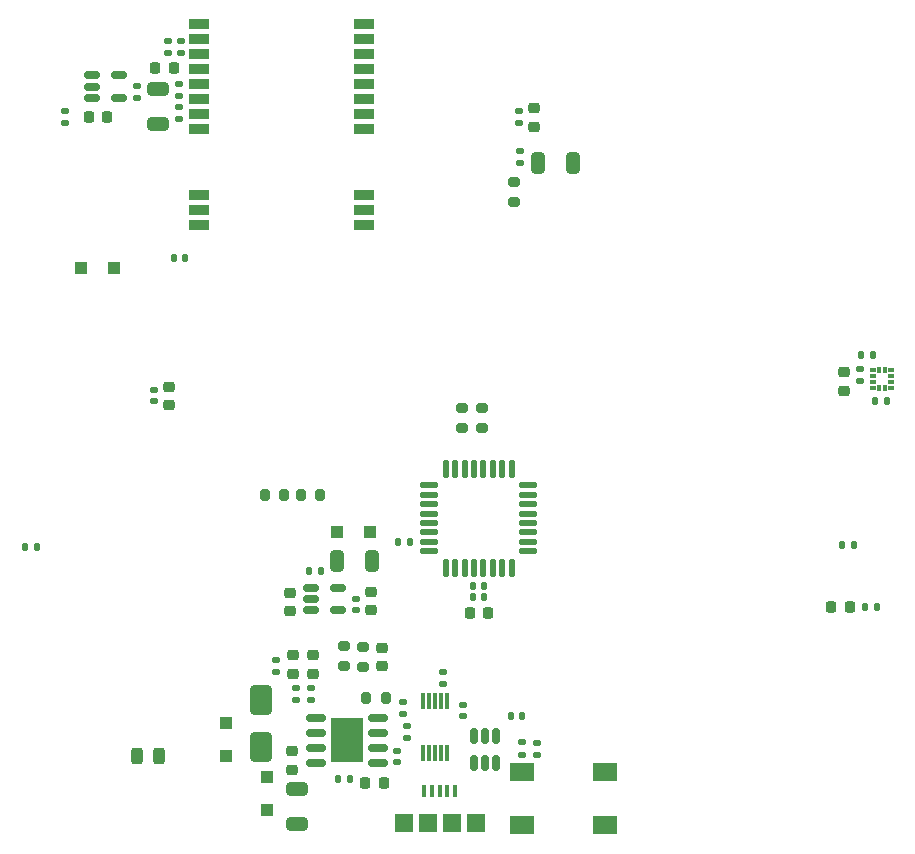
<source format=gbp>
%TF.GenerationSoftware,KiCad,Pcbnew,7.0.6-7.0.6~ubuntu22.04.1*%
%TF.CreationDate,2023-07-22T15:20:45-06:00*%
%TF.ProjectId,gps-tracker,6770732d-7472-4616-936b-65722e6b6963,rev?*%
%TF.SameCoordinates,Original*%
%TF.FileFunction,Paste,Bot*%
%TF.FilePolarity,Positive*%
%FSLAX46Y46*%
G04 Gerber Fmt 4.6, Leading zero omitted, Abs format (unit mm)*
G04 Created by KiCad (PCBNEW 7.0.6-7.0.6~ubuntu22.04.1) date 2023-07-22 15:20:45*
%MOMM*%
%LPD*%
G01*
G04 APERTURE LIST*
G04 Aperture macros list*
%AMRoundRect*
0 Rectangle with rounded corners*
0 $1 Rounding radius*
0 $2 $3 $4 $5 $6 $7 $8 $9 X,Y pos of 4 corners*
0 Add a 4 corners polygon primitive as box body*
4,1,4,$2,$3,$4,$5,$6,$7,$8,$9,$2,$3,0*
0 Add four circle primitives for the rounded corners*
1,1,$1+$1,$2,$3*
1,1,$1+$1,$4,$5*
1,1,$1+$1,$6,$7*
1,1,$1+$1,$8,$9*
0 Add four rect primitives between the rounded corners*
20,1,$1+$1,$2,$3,$4,$5,0*
20,1,$1+$1,$4,$5,$6,$7,0*
20,1,$1+$1,$6,$7,$8,$9,0*
20,1,$1+$1,$8,$9,$2,$3,0*%
G04 Aperture macros list end*
%ADD10R,1.676400X0.812800*%
%ADD11RoundRect,0.135000X-0.185000X0.135000X-0.185000X-0.135000X0.185000X-0.135000X0.185000X0.135000X0*%
%ADD12RoundRect,0.200000X-0.275000X0.200000X-0.275000X-0.200000X0.275000X-0.200000X0.275000X0.200000X0*%
%ADD13RoundRect,0.225000X0.225000X0.250000X-0.225000X0.250000X-0.225000X-0.250000X0.225000X-0.250000X0*%
%ADD14RoundRect,0.140000X-0.140000X-0.170000X0.140000X-0.170000X0.140000X0.170000X-0.140000X0.170000X0*%
%ADD15RoundRect,0.140000X0.170000X-0.140000X0.170000X0.140000X-0.170000X0.140000X-0.170000X-0.140000X0*%
%ADD16RoundRect,0.218750X0.256250X-0.218750X0.256250X0.218750X-0.256250X0.218750X-0.256250X-0.218750X0*%
%ADD17RoundRect,0.225000X-0.250000X0.225000X-0.250000X-0.225000X0.250000X-0.225000X0.250000X0.225000X0*%
%ADD18RoundRect,0.250000X-0.650000X0.325000X-0.650000X-0.325000X0.650000X-0.325000X0.650000X0.325000X0*%
%ADD19RoundRect,0.135000X0.185000X-0.135000X0.185000X0.135000X-0.185000X0.135000X-0.185000X-0.135000X0*%
%ADD20RoundRect,0.150000X-0.512500X-0.150000X0.512500X-0.150000X0.512500X0.150000X-0.512500X0.150000X0*%
%ADD21R,2.000000X1.500000*%
%ADD22RoundRect,0.243750X0.243750X0.456250X-0.243750X0.456250X-0.243750X-0.456250X0.243750X-0.456250X0*%
%ADD23RoundRect,0.140000X0.140000X0.170000X-0.140000X0.170000X-0.140000X-0.170000X0.140000X-0.170000X0*%
%ADD24RoundRect,0.200000X0.275000X-0.200000X0.275000X0.200000X-0.275000X0.200000X-0.275000X-0.200000X0*%
%ADD25RoundRect,0.200000X0.200000X0.275000X-0.200000X0.275000X-0.200000X-0.275000X0.200000X-0.275000X0*%
%ADD26RoundRect,0.150000X0.675000X0.150000X-0.675000X0.150000X-0.675000X-0.150000X0.675000X-0.150000X0*%
%ADD27R,2.700000X3.800000*%
%ADD28RoundRect,0.031500X0.173500X0.143500X-0.173500X0.143500X-0.173500X-0.143500X0.173500X-0.143500X0*%
%ADD29RoundRect,0.031500X0.143500X-0.173500X0.143500X0.173500X-0.143500X0.173500X-0.143500X-0.173500X0*%
%ADD30RoundRect,0.135000X-0.135000X-0.185000X0.135000X-0.185000X0.135000X0.185000X-0.135000X0.185000X0*%
%ADD31RoundRect,0.218750X0.218750X0.256250X-0.218750X0.256250X-0.218750X-0.256250X0.218750X-0.256250X0*%
%ADD32RoundRect,0.140000X-0.170000X0.140000X-0.170000X-0.140000X0.170000X-0.140000X0.170000X0.140000X0*%
%ADD33RoundRect,0.250000X-0.325000X-0.650000X0.325000X-0.650000X0.325000X0.650000X-0.325000X0.650000X0*%
%ADD34RoundRect,0.135000X0.135000X0.185000X-0.135000X0.185000X-0.135000X-0.185000X0.135000X-0.185000X0*%
%ADD35RoundRect,0.225000X-0.225000X-0.250000X0.225000X-0.250000X0.225000X0.250000X-0.225000X0.250000X0*%
%ADD36RoundRect,0.250000X-0.650000X1.000000X-0.650000X-1.000000X0.650000X-1.000000X0.650000X1.000000X0*%
%ADD37RoundRect,0.250000X0.300000X0.300000X-0.300000X0.300000X-0.300000X-0.300000X0.300000X-0.300000X0*%
%ADD38RoundRect,0.250000X-0.300000X0.300000X-0.300000X-0.300000X0.300000X-0.300000X0.300000X0.300000X0*%
%ADD39RoundRect,0.225000X0.250000X-0.225000X0.250000X0.225000X-0.250000X0.225000X-0.250000X-0.225000X0*%
%ADD40RoundRect,0.125000X0.125000X-0.625000X0.125000X0.625000X-0.125000X0.625000X-0.125000X-0.625000X0*%
%ADD41RoundRect,0.125000X0.625000X-0.125000X0.625000X0.125000X-0.625000X0.125000X-0.625000X-0.125000X0*%
%ADD42RoundRect,0.250000X0.300000X-0.300000X0.300000X0.300000X-0.300000X0.300000X-0.300000X-0.300000X0*%
%ADD43R,0.300000X1.400000*%
%ADD44RoundRect,0.200000X-0.200000X-0.275000X0.200000X-0.275000X0.200000X0.275000X-0.200000X0.275000X0*%
%ADD45RoundRect,0.150000X0.150000X-0.512500X0.150000X0.512500X-0.150000X0.512500X-0.150000X-0.512500X0*%
%ADD46RoundRect,0.250000X0.325000X0.650000X-0.325000X0.650000X-0.325000X-0.650000X0.325000X-0.650000X0*%
%ADD47R,0.320000X1.080000*%
%ADD48R,1.500000X1.550000*%
G04 APERTURE END LIST*
D10*
%TO.C,U7*%
X90700000Y-74908000D03*
X90700000Y-73638000D03*
X90700000Y-72368000D03*
X90700000Y-66780000D03*
X90700000Y-65510000D03*
X90700000Y-64240000D03*
X90700000Y-62970000D03*
X90700000Y-61700000D03*
X90700000Y-60430000D03*
X90700000Y-59160000D03*
X90700000Y-57890000D03*
X104670000Y-57890000D03*
X104670000Y-59160000D03*
X104670000Y-60430000D03*
X104670000Y-61700000D03*
X104670000Y-62970000D03*
X104670000Y-64240000D03*
X104670000Y-65510000D03*
X104670000Y-66780000D03*
X104670000Y-72368000D03*
X104670000Y-73638000D03*
X104670000Y-74908000D03*
%TD*%
D11*
%TO.C,R9*%
X108000000Y-115290000D03*
X108000000Y-116310000D03*
%TD*%
D12*
%TO.C,R13*%
X113000000Y-90375000D03*
X113000000Y-92025000D03*
%TD*%
D13*
%TO.C,C34*%
X82950000Y-65700000D03*
X81400000Y-65700000D03*
%TD*%
D14*
%TO.C,C4*%
X113925000Y-105400000D03*
X114885000Y-105400000D03*
%TD*%
D15*
%TO.C,C30*%
X89200000Y-60280000D03*
X89200000Y-59320000D03*
%TD*%
D16*
%TO.C,D6*%
X98700000Y-112887500D03*
X98700000Y-111312500D03*
%TD*%
D11*
%TO.C,R4*%
X108300000Y-117290000D03*
X108300000Y-118310000D03*
%TD*%
D14*
%TO.C,C1*%
X117100000Y-116400000D03*
X118060000Y-116400000D03*
%TD*%
D17*
%TO.C,C12*%
X106200000Y-110650000D03*
X106200000Y-112200000D03*
%TD*%
D18*
%TO.C,C15*%
X99000000Y-122625000D03*
X99000000Y-125575000D03*
%TD*%
D13*
%TO.C,C5*%
X115200000Y-107700000D03*
X113650000Y-107700000D03*
%TD*%
D15*
%TO.C,C25*%
X88100000Y-60280000D03*
X88100000Y-59320000D03*
%TD*%
D19*
%TO.C,R2*%
X111400000Y-113700000D03*
X111400000Y-112680000D03*
%TD*%
D15*
%TO.C,C24*%
X117800000Y-66200000D03*
X117800000Y-65240000D03*
%TD*%
D19*
%TO.C,R24*%
X89000000Y-63920000D03*
X89000000Y-62900000D03*
%TD*%
D14*
%TO.C,C32*%
X113925000Y-106400000D03*
X114885000Y-106400000D03*
%TD*%
D20*
%TO.C,U9*%
X81625000Y-64100000D03*
X81625000Y-63150000D03*
X81625000Y-62200000D03*
X83900000Y-62200000D03*
X83900000Y-64100000D03*
%TD*%
D21*
%TO.C,SW2*%
X118100000Y-125650000D03*
X125100000Y-125650000D03*
X118100000Y-121150000D03*
X125100000Y-121150000D03*
%TD*%
D17*
%TO.C,C7*%
X88200000Y-88550000D03*
X88200000Y-90100000D03*
%TD*%
D22*
%TO.C,TH1*%
X87300000Y-119800000D03*
X85425000Y-119800000D03*
%TD*%
D23*
%TO.C,C20*%
X147740000Y-85900000D03*
X146780000Y-85900000D03*
%TD*%
D20*
%TO.C,U4*%
X100225000Y-107500000D03*
X100225000Y-106550000D03*
X100225000Y-105600000D03*
X102500000Y-105600000D03*
X102500000Y-107500000D03*
%TD*%
D15*
%TO.C,C14*%
X104000000Y-107480000D03*
X104000000Y-106520000D03*
%TD*%
D24*
%TO.C,R17*%
X104600000Y-112250000D03*
X104600000Y-110600000D03*
%TD*%
D25*
%TO.C,R12*%
X97925000Y-97700000D03*
X96275000Y-97700000D03*
%TD*%
D12*
%TO.C,R16*%
X103000000Y-110550000D03*
X103000000Y-112200000D03*
%TD*%
D26*
%TO.C,U8*%
X105850000Y-116590000D03*
X105850000Y-117860000D03*
X105850000Y-119130000D03*
X105850000Y-120400000D03*
X100600000Y-120400000D03*
X100600000Y-119130000D03*
X100600000Y-117860000D03*
X100600000Y-116590000D03*
D27*
X103225000Y-118495000D03*
%TD*%
D28*
%TO.C,U5*%
X149300000Y-87150000D03*
X149300000Y-87650000D03*
X149300000Y-88150000D03*
X149300000Y-88650000D03*
D29*
X148790000Y-88660000D03*
X148290000Y-88660000D03*
D28*
X147780000Y-88650000D03*
X147780000Y-88150000D03*
X147780000Y-87650000D03*
X147780000Y-87150000D03*
D29*
X148290000Y-87140000D03*
X148790000Y-87140000D03*
%TD*%
D30*
%TO.C,R11*%
X147090000Y-107200000D03*
X148110000Y-107200000D03*
%TD*%
D11*
%TO.C,R18*%
X98900000Y-114090000D03*
X98900000Y-115110000D03*
%TD*%
D31*
%TO.C,D2*%
X145800000Y-107200000D03*
X144225000Y-107200000D03*
%TD*%
D32*
%TO.C,C17*%
X146640000Y-87100000D03*
X146640000Y-88060000D03*
%TD*%
D17*
%TO.C,C22*%
X119100000Y-65000000D03*
X119100000Y-66550000D03*
%TD*%
D23*
%TO.C,C18*%
X148940000Y-89800000D03*
X147980000Y-89800000D03*
%TD*%
D33*
%TO.C,C26*%
X102425000Y-103300000D03*
X105375000Y-103300000D03*
%TD*%
D32*
%TO.C,C33*%
X107500000Y-119400000D03*
X107500000Y-120360000D03*
%TD*%
D34*
%TO.C,R1*%
X77000000Y-102100000D03*
X75980000Y-102100000D03*
%TD*%
D19*
%TO.C,R25*%
X118100000Y-119700000D03*
X118100000Y-118680000D03*
%TD*%
D35*
%TO.C,C23*%
X87025000Y-61600000D03*
X88575000Y-61600000D03*
%TD*%
D34*
%TO.C,R15*%
X101010000Y-104200000D03*
X99990000Y-104200000D03*
%TD*%
D36*
%TO.C,D9*%
X96000000Y-115100000D03*
X96000000Y-119100000D03*
%TD*%
D37*
%TO.C,D8*%
X83500000Y-78500000D03*
X80700000Y-78500000D03*
%TD*%
D38*
%TO.C,D3*%
X93000000Y-117000000D03*
X93000000Y-119800000D03*
%TD*%
D39*
%TO.C,C2*%
X98600000Y-120975000D03*
X98600000Y-119425000D03*
%TD*%
D15*
%TO.C,C6*%
X113100000Y-116460000D03*
X113100000Y-115500000D03*
%TD*%
%TO.C,C36*%
X85500000Y-64080000D03*
X85500000Y-63120000D03*
%TD*%
D37*
%TO.C,D5*%
X105200000Y-100900000D03*
X102400000Y-100900000D03*
%TD*%
D30*
%TO.C,R8*%
X107590000Y-101700000D03*
X108610000Y-101700000D03*
%TD*%
D13*
%TO.C,C21*%
X106350000Y-122100000D03*
X104800000Y-122100000D03*
%TD*%
D12*
%TO.C,R21*%
X117400000Y-71250000D03*
X117400000Y-72900000D03*
%TD*%
D30*
%TO.C,R3*%
X145180000Y-102000000D03*
X146200000Y-102000000D03*
%TD*%
D17*
%TO.C,C11*%
X105300000Y-105925000D03*
X105300000Y-107475000D03*
%TD*%
D14*
%TO.C,C9*%
X88600000Y-77700000D03*
X89560000Y-77700000D03*
%TD*%
D11*
%TO.C,R19*%
X100200000Y-114090000D03*
X100200000Y-115110000D03*
%TD*%
%TO.C,R5*%
X119300000Y-118700000D03*
X119300000Y-119720000D03*
%TD*%
D17*
%TO.C,C10*%
X98400000Y-106000000D03*
X98400000Y-107550000D03*
%TD*%
D15*
%TO.C,C27*%
X117900000Y-69600000D03*
X117900000Y-68640000D03*
%TD*%
D16*
%TO.C,D7*%
X100400000Y-112887500D03*
X100400000Y-111312500D03*
%TD*%
D40*
%TO.C,U1*%
X117200000Y-103875000D03*
X116400000Y-103875000D03*
X115600000Y-103875000D03*
X114800000Y-103875000D03*
X114000000Y-103875000D03*
X113200000Y-103875000D03*
X112400000Y-103875000D03*
X111600000Y-103875000D03*
D41*
X110225000Y-102500000D03*
X110225000Y-101700000D03*
X110225000Y-100900000D03*
X110225000Y-100100000D03*
X110225000Y-99300000D03*
X110225000Y-98500000D03*
X110225000Y-97700000D03*
X110225000Y-96900000D03*
D40*
X111600000Y-95525000D03*
X112400000Y-95525000D03*
X113200000Y-95525000D03*
X114000000Y-95525000D03*
X114800000Y-95525000D03*
X115600000Y-95525000D03*
X116400000Y-95525000D03*
X117200000Y-95525000D03*
D41*
X118575000Y-96900000D03*
X118575000Y-97700000D03*
X118575000Y-98500000D03*
X118575000Y-99300000D03*
X118575000Y-100100000D03*
X118575000Y-100900000D03*
X118575000Y-101700000D03*
X118575000Y-102500000D03*
%TD*%
D34*
%TO.C,R6*%
X103500000Y-121800000D03*
X102480000Y-121800000D03*
%TD*%
D19*
%TO.C,R22*%
X79400000Y-66210000D03*
X79400000Y-65190000D03*
%TD*%
D11*
%TO.C,R7*%
X97200000Y-111680000D03*
X97200000Y-112700000D03*
%TD*%
D15*
%TO.C,C8*%
X86900000Y-89800000D03*
X86900000Y-88840000D03*
%TD*%
D39*
%TO.C,C35*%
X145340000Y-88900000D03*
X145340000Y-87350000D03*
%TD*%
D42*
%TO.C,D4*%
X96500000Y-124400000D03*
X96500000Y-121600000D03*
%TD*%
D18*
%TO.C,C37*%
X87200000Y-63325000D03*
X87200000Y-66275000D03*
%TD*%
D43*
%TO.C,U2*%
X111700000Y-119600000D03*
X111200000Y-119600000D03*
X110700000Y-119600000D03*
X110200000Y-119600000D03*
X109700000Y-119600000D03*
X109700000Y-115200000D03*
X110200000Y-115200000D03*
X110700000Y-115200000D03*
X111200000Y-115200000D03*
X111700000Y-115200000D03*
%TD*%
D44*
%TO.C,R20*%
X104875000Y-114900000D03*
X106525000Y-114900000D03*
%TD*%
D45*
%TO.C,D1*%
X115900000Y-120400000D03*
X114950000Y-120400000D03*
X114000000Y-120400000D03*
X114000000Y-118125000D03*
X114950000Y-118125000D03*
X115900000Y-118125000D03*
%TD*%
D25*
%TO.C,R14*%
X101000000Y-97700000D03*
X99350000Y-97700000D03*
%TD*%
D46*
%TO.C,C28*%
X122375000Y-69600000D03*
X119425000Y-69600000D03*
%TD*%
D47*
%TO.C,J1*%
X112400000Y-122825000D03*
X111750000Y-122825000D03*
X111100000Y-122825000D03*
X110450000Y-122825000D03*
X109800000Y-122825000D03*
D48*
X112100000Y-125500000D03*
X110100000Y-125500000D03*
X114150000Y-125500000D03*
X108050000Y-125500000D03*
%TD*%
D19*
%TO.C,R23*%
X89000000Y-65910000D03*
X89000000Y-64890000D03*
%TD*%
D12*
%TO.C,R10*%
X114700000Y-90375000D03*
X114700000Y-92025000D03*
%TD*%
M02*

</source>
